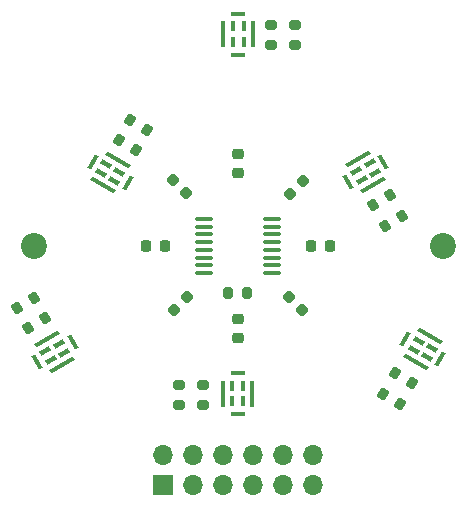
<source format=gbr>
%TF.GenerationSoftware,KiCad,Pcbnew,(5.99.0-9211-g6536d1de72)*%
%TF.CreationDate,2021-02-22T16:11:53-08:00*%
%TF.ProjectId,SoundLens,536f756e-644c-4656-9e73-2e6b69636164,rev?*%
%TF.SameCoordinates,Original*%
%TF.FileFunction,Soldermask,Top*%
%TF.FilePolarity,Negative*%
%FSLAX46Y46*%
G04 Gerber Fmt 4.6, Leading zero omitted, Abs format (unit mm)*
G04 Created by KiCad (PCBNEW (5.99.0-9211-g6536d1de72)) date 2021-02-22 16:11:53*
%MOMM*%
%LPD*%
G01*
G04 APERTURE LIST*
G04 Aperture macros list*
%AMRoundRect*
0 Rectangle with rounded corners*
0 $1 Rounding radius*
0 $2 $3 $4 $5 $6 $7 $8 $9 X,Y pos of 4 corners*
0 Add a 4 corners polygon primitive as box body*
4,1,4,$2,$3,$4,$5,$6,$7,$8,$9,$2,$3,0*
0 Add four circle primitives for the rounded corners*
1,1,$1+$1,$2,$3*
1,1,$1+$1,$4,$5*
1,1,$1+$1,$6,$7*
1,1,$1+$1,$8,$9*
0 Add four rect primitives between the rounded corners*
20,1,$1+$1,$2,$3,$4,$5,0*
20,1,$1+$1,$4,$5,$6,$7,0*
20,1,$1+$1,$6,$7,$8,$9,0*
20,1,$1+$1,$8,$9,$2,$3,0*%
%AMRotRect*
0 Rectangle, with rotation*
0 The origin of the aperture is its center*
0 $1 length*
0 $2 width*
0 $3 Rotation angle, in degrees counterclockwise*
0 Add horizontal line*
21,1,$1,$2,0,0,$3*%
G04 Aperture macros list end*
%ADD10R,0.400000X0.950000*%
%ADD11R,0.350000X2.300000*%
%ADD12R,1.300000X0.350000*%
%ADD13RoundRect,0.200000X-0.275000X0.200000X-0.275000X-0.200000X0.275000X-0.200000X0.275000X0.200000X0*%
%ADD14RoundRect,0.218750X-0.256250X0.218750X-0.256250X-0.218750X0.256250X-0.218750X0.256250X0.218750X0*%
%ADD15RoundRect,0.200000X-0.035705X-0.338157X0.310705X-0.138157X0.035705X0.338157X-0.310705X0.138157X0*%
%ADD16RotRect,0.950000X0.400000X330.000000*%
%ADD17RotRect,1.300000X0.350000X240.000000*%
%ADD18RotRect,2.300000X0.350000X330.000000*%
%ADD19RoundRect,0.218750X-0.335876X-0.026517X-0.026517X-0.335876X0.335876X0.026517X0.026517X0.335876X0*%
%ADD20RoundRect,0.200000X0.310705X0.138157X-0.035705X0.338157X-0.310705X-0.138157X0.035705X-0.338157X0*%
%ADD21C,2.200000*%
%ADD22RoundRect,0.218750X0.218750X0.256250X-0.218750X0.256250X-0.218750X-0.256250X0.218750X-0.256250X0*%
%ADD23RoundRect,0.200000X-0.310705X-0.138157X0.035705X-0.338157X0.310705X0.138157X-0.035705X0.338157X0*%
%ADD24RoundRect,0.218750X-0.218750X-0.256250X0.218750X-0.256250X0.218750X0.256250X-0.218750X0.256250X0*%
%ADD25RoundRect,0.218750X-0.026517X0.335876X-0.335876X0.026517X0.026517X-0.335876X0.335876X-0.026517X0*%
%ADD26RoundRect,0.200000X0.035705X0.338157X-0.310705X0.138157X-0.035705X-0.338157X0.310705X-0.138157X0*%
%ADD27RoundRect,0.200000X0.275000X-0.200000X0.275000X0.200000X-0.275000X0.200000X-0.275000X-0.200000X0*%
%ADD28RotRect,0.950000X0.400000X210.000000*%
%ADD29RotRect,2.300000X0.350000X210.000000*%
%ADD30RotRect,1.300000X0.350000X120.000000*%
%ADD31RoundRect,0.218750X0.026517X-0.335876X0.335876X-0.026517X-0.026517X0.335876X-0.335876X0.026517X0*%
%ADD32RoundRect,0.200000X-0.200000X-0.275000X0.200000X-0.275000X0.200000X0.275000X-0.200000X0.275000X0*%
%ADD33RotRect,0.950000X0.400000X30.000000*%
%ADD34RotRect,2.300000X0.350000X30.000000*%
%ADD35RotRect,1.300000X0.350000X300.000000*%
%ADD36RotRect,0.950000X0.400000X150.000000*%
%ADD37RotRect,2.300000X0.350000X150.000000*%
%ADD38RotRect,1.300000X0.350000X60.000000*%
%ADD39RoundRect,0.218750X0.335876X0.026517X0.026517X0.335876X-0.335876X-0.026517X-0.026517X-0.335876X0*%
%ADD40R,1.700000X1.700000*%
%ADD41O,1.700000X1.700000*%
%ADD42RoundRect,0.100000X0.637500X0.100000X-0.637500X0.100000X-0.637500X-0.100000X0.637500X-0.100000X0*%
%ADD43RoundRect,0.218750X0.256250X-0.218750X0.256250X0.218750X-0.256250X0.218750X-0.256250X-0.218750X0*%
G04 APERTURE END LIST*
D10*
%TO.C,MIC2*%
X99500000Y-111850000D03*
X99500000Y-113150000D03*
X100400000Y-113150000D03*
X100400000Y-111850000D03*
D11*
X98700000Y-112500000D03*
X101200000Y-112500000D03*
D12*
X99950000Y-114205000D03*
X99950000Y-110750000D03*
%TD*%
D13*
%TO.C,C7*%
X97040000Y-111805000D03*
X97040000Y-113455000D03*
%TD*%
D14*
%TO.C,D5*%
X99950000Y-106212500D03*
X99950000Y-107787500D03*
%TD*%
D15*
%TO.C,C3*%
X111443529Y-96526500D03*
X112872471Y-95701500D03*
%TD*%
D16*
%TO.C,MIC5*%
X114855385Y-108789711D03*
X115981218Y-109439711D03*
X116431218Y-108660289D03*
X115305385Y-108010289D03*
D17*
X117119875Y-109577500D03*
D18*
X116268301Y-107642468D03*
D17*
X114127757Y-107850000D03*
D18*
X115018301Y-109807532D03*
%TD*%
D19*
%TO.C,D4*%
X104293153Y-104293153D03*
X105406847Y-105406847D03*
%TD*%
D20*
%TO.C,C12*%
X92298471Y-90176500D03*
X90869529Y-89351500D03*
%TD*%
D13*
%TO.C,C8*%
X95000000Y-111795000D03*
X95000000Y-113445000D03*
%TD*%
D21*
%TO.C,REF\u002A\u002A*%
X117320000Y-100010000D03*
%TD*%
D20*
%TO.C,C11*%
X91314471Y-91862500D03*
X89885529Y-91037500D03*
%TD*%
D22*
%TO.C,D7*%
X93787500Y-100000000D03*
X92212500Y-100000000D03*
%TD*%
D23*
%TO.C,C5*%
X113269058Y-110783000D03*
X114698000Y-111608000D03*
%TD*%
D24*
%TO.C,D3*%
X106162500Y-100000000D03*
X107737500Y-100000000D03*
%TD*%
D25*
%TO.C,D6*%
X95656847Y-104343153D03*
X94543153Y-105456847D03*
%TD*%
D26*
%TO.C,C10*%
X82714471Y-104417500D03*
X81285529Y-105242500D03*
%TD*%
D21*
%TO.C,REF\u002A\u002A*%
X82720000Y-99960000D03*
%TD*%
D27*
%TO.C,C2*%
X104792000Y-82969000D03*
X104792000Y-81319000D03*
%TD*%
D28*
%TO.C,MIC3*%
X84794615Y-108260289D03*
X83668782Y-108910289D03*
X84118782Y-109689711D03*
X85244615Y-109039711D03*
D29*
X85081699Y-110057532D03*
X83831699Y-107892468D03*
D30*
X85972243Y-108100000D03*
X82980125Y-109827500D03*
%TD*%
D31*
%TO.C,D2*%
X104393153Y-95606847D03*
X105506847Y-94493153D03*
%TD*%
D32*
%TO.C,R1*%
X99125000Y-103950000D03*
X100775000Y-103950000D03*
%TD*%
D23*
%TO.C,C6*%
X112253058Y-112561000D03*
X113682000Y-113386000D03*
%TD*%
D15*
%TO.C,C4*%
X112459529Y-98304500D03*
X113888471Y-97479500D03*
%TD*%
D26*
%TO.C,C9*%
X83662471Y-106115500D03*
X82233529Y-106940500D03*
%TD*%
D33*
%TO.C,MIC4*%
X110455385Y-94432179D03*
X111581218Y-93782179D03*
X111131218Y-93002757D03*
X110005385Y-93652757D03*
D34*
X110168301Y-92634936D03*
D35*
X109277757Y-94592468D03*
D34*
X111418301Y-94800000D03*
D35*
X112269875Y-92864968D03*
%TD*%
D27*
%TO.C,C1*%
X102760000Y-82969000D03*
X102760000Y-81319000D03*
%TD*%
D36*
%TO.C,MIC6*%
X89950000Y-93710289D03*
X88824167Y-93060289D03*
X88374167Y-93839711D03*
X89500000Y-94489711D03*
D37*
X89787084Y-92692468D03*
D38*
X90677628Y-94650000D03*
X87685510Y-92922500D03*
D37*
X88537084Y-94857532D03*
%TD*%
D39*
%TO.C,D8*%
X95556847Y-95506847D03*
X94443153Y-94393153D03*
%TD*%
D40*
%TO.C,J1*%
X93600000Y-120225000D03*
D41*
X93600000Y-117685000D03*
X96140000Y-120225000D03*
X96140000Y-117685000D03*
X98680000Y-120225000D03*
X98680000Y-117685000D03*
X101220000Y-120225000D03*
X101220000Y-117685000D03*
X103760000Y-120225000D03*
X103760000Y-117685000D03*
X106300000Y-120225000D03*
X106300000Y-117685000D03*
%TD*%
D42*
%TO.C,U1*%
X102862500Y-102275000D03*
X102862500Y-101625000D03*
X102862500Y-100975000D03*
X102862500Y-100325000D03*
X102862500Y-99675000D03*
X102862500Y-99025000D03*
X102862500Y-98375000D03*
X102862500Y-97725000D03*
X97137500Y-97725000D03*
X97137500Y-98375000D03*
X97137500Y-99025000D03*
X97137500Y-99675000D03*
X97137500Y-100325000D03*
X97137500Y-100975000D03*
X97137500Y-101625000D03*
X97137500Y-102275000D03*
%TD*%
D10*
%TO.C,MIC1*%
X100450000Y-82700000D03*
X100450000Y-81400000D03*
X99550000Y-81400000D03*
X99550000Y-82700000D03*
D12*
X100000000Y-83800000D03*
D11*
X98750000Y-82050000D03*
X101250000Y-82050000D03*
D12*
X100000000Y-80345000D03*
%TD*%
D43*
%TO.C,D1*%
X100000000Y-93800000D03*
X100000000Y-92225000D03*
%TD*%
M02*

</source>
